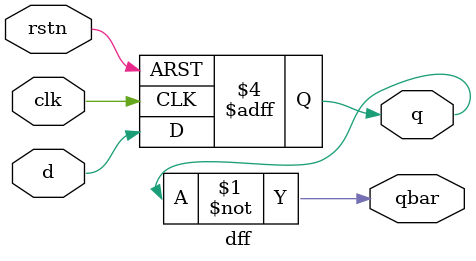
<source format=v>
module dff (
    input wire d,       // Data input
    input wire rstn,    // Active low asynchronous reset
    input wire clk,     // Clock input
    output reg q,       // Flip-Flop output
    output wire qbar    // Complementary output (inverted q)
);
    assign qbar = ~q;       // Complementary output

    always @(posedge clk or negedge rstn) begin
        if (!rstn) begin    // Asynchronous reset (active low)
            q <= 0;         // Reset output to 0
        end else begin
            q <= d;         // On clock edge, store input d
        end
    end

endmodule

</source>
